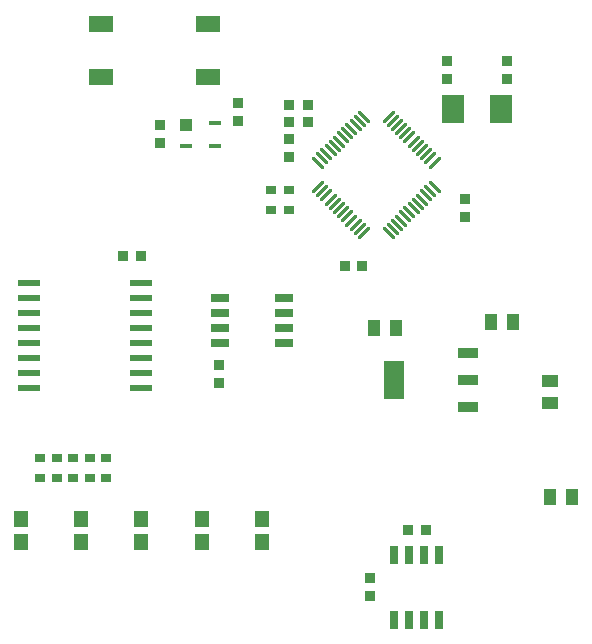
<source format=gbr>
G04*
G04 #@! TF.GenerationSoftware,Altium Limited,Altium Designer,22.4.2 (48)*
G04*
G04 Layer_Color=8421504*
%FSLAX25Y25*%
%MOIN*%
G70*
G04*
G04 #@! TF.SameCoordinates,486E1BA3-CE48-4A1D-B67F-52F2D9AC8645*
G04*
G04*
G04 #@! TF.FilePolarity,Positive*
G04*
G01*
G75*
%ADD21R,0.03900X0.01500*%
%ADD22R,0.03900X0.03900*%
%ADD23R,0.03937X0.05315*%
%ADD24R,0.05315X0.03937*%
%ADD25R,0.07480X0.09449*%
%ADD26R,0.07378X0.02197*%
%ADD27R,0.06004X0.02559*%
%ADD28R,0.02756X0.06102*%
%ADD29R,0.06890X0.12598*%
%ADD30R,0.06890X0.03740*%
G04:AMPARAMS|DCode=31|XSize=11.81mil|YSize=57.09mil|CornerRadius=0mil|HoleSize=0mil|Usage=FLASHONLY|Rotation=225.000|XOffset=0mil|YOffset=0mil|HoleType=Round|Shape=Round|*
%AMOVALD31*
21,1,0.04528,0.01181,0.00000,0.00000,315.0*
1,1,0.01181,-0.01601,0.01601*
1,1,0.01181,0.01601,-0.01601*
%
%ADD31OVALD31*%

G04:AMPARAMS|DCode=32|XSize=11.81mil|YSize=57.09mil|CornerRadius=0mil|HoleSize=0mil|Usage=FLASHONLY|Rotation=315.000|XOffset=0mil|YOffset=0mil|HoleType=Round|Shape=Round|*
%AMOVALD32*
21,1,0.04528,0.01181,0.00000,0.00000,45.0*
1,1,0.01181,-0.01601,-0.01601*
1,1,0.01181,0.01601,0.01601*
%
%ADD32OVALD32*%

%ADD33R,0.08268X0.05512*%
%ADD34R,0.03347X0.02756*%
%ADD35R,0.04528X0.05315*%
%ADD36R,0.03740X0.03740*%
%ADD37R,0.03740X0.03740*%
D21*
X176900Y350800D02*
D03*
Y343200D02*
D03*
X167100D02*
D03*
D22*
Y350000D02*
D03*
D23*
X268858Y284500D02*
D03*
X276142D02*
D03*
X229811Y282500D02*
D03*
X237094D02*
D03*
X288358Y226000D02*
D03*
X295642D02*
D03*
D24*
X288500Y257358D02*
D03*
Y264642D02*
D03*
D25*
X272071Y355500D02*
D03*
X255929D02*
D03*
D26*
X114722Y297500D02*
D03*
Y292500D02*
D03*
Y287500D02*
D03*
Y282500D02*
D03*
Y277500D02*
D03*
Y272500D02*
D03*
Y267500D02*
D03*
Y262500D02*
D03*
X152000D02*
D03*
Y267500D02*
D03*
Y272500D02*
D03*
Y277500D02*
D03*
Y282500D02*
D03*
Y287500D02*
D03*
Y297500D02*
D03*
Y292500D02*
D03*
D27*
X178323Y277500D02*
D03*
Y282500D02*
D03*
Y287500D02*
D03*
Y292500D02*
D03*
X199677D02*
D03*
Y287500D02*
D03*
Y282500D02*
D03*
Y277500D02*
D03*
D28*
X251500Y206728D02*
D03*
X246500D02*
D03*
X241500D02*
D03*
X236500D02*
D03*
Y185272D02*
D03*
X241500D02*
D03*
X246500D02*
D03*
X251500D02*
D03*
D29*
X236313Y265000D02*
D03*
D30*
X261116Y274055D02*
D03*
Y265000D02*
D03*
Y255945D02*
D03*
D31*
X249918Y329394D02*
D03*
X248526Y328002D02*
D03*
X247134Y326610D02*
D03*
X245742Y325218D02*
D03*
X244350Y323826D02*
D03*
X242958Y322434D02*
D03*
X241566Y321042D02*
D03*
X240174Y319650D02*
D03*
X238782Y318258D02*
D03*
X237390Y316866D02*
D03*
X235998Y315474D02*
D03*
X234606Y314082D02*
D03*
X211082Y337606D02*
D03*
X212474Y338998D02*
D03*
X213866Y340390D02*
D03*
X215258Y341782D02*
D03*
X216650Y343174D02*
D03*
X218042Y344566D02*
D03*
X219434Y345958D02*
D03*
X220826Y347350D02*
D03*
X222218Y348742D02*
D03*
X223610Y350134D02*
D03*
X225002Y351526D02*
D03*
X226394Y352918D02*
D03*
D32*
Y314082D02*
D03*
X225002Y315474D02*
D03*
X223610Y316866D02*
D03*
X222218Y318258D02*
D03*
X220826Y319650D02*
D03*
X219434Y321042D02*
D03*
X218042Y322434D02*
D03*
X216650Y323826D02*
D03*
X215258Y325218D02*
D03*
X213866Y326610D02*
D03*
X212474Y328002D02*
D03*
X211082Y329394D02*
D03*
X234606Y352918D02*
D03*
X235998Y351526D02*
D03*
X237390Y350134D02*
D03*
X238782Y348742D02*
D03*
X240174Y347350D02*
D03*
X241566Y345958D02*
D03*
X242958Y344566D02*
D03*
X244350Y343174D02*
D03*
X245742Y341782D02*
D03*
X247134Y340390D02*
D03*
X248526Y338998D02*
D03*
X249918Y337606D02*
D03*
D33*
X174413Y383858D02*
D03*
X138587D02*
D03*
X174413Y366142D02*
D03*
X138587D02*
D03*
D34*
X140425Y232524D02*
D03*
Y239020D02*
D03*
X134925Y232524D02*
D03*
Y239020D02*
D03*
X129425Y232524D02*
D03*
Y239020D02*
D03*
X201500Y321827D02*
D03*
Y328323D02*
D03*
X195500Y321827D02*
D03*
Y328323D02*
D03*
X123925Y232524D02*
D03*
Y239020D02*
D03*
X118425Y232524D02*
D03*
Y239020D02*
D03*
D35*
X192465Y211251D02*
D03*
Y218731D02*
D03*
X172340Y211251D02*
D03*
Y218731D02*
D03*
X152215Y211251D02*
D03*
Y218731D02*
D03*
X132160Y218749D02*
D03*
Y211269D02*
D03*
X112035Y218749D02*
D03*
Y211269D02*
D03*
D36*
X151953Y306500D02*
D03*
X146047D02*
D03*
X241047Y215272D02*
D03*
X246953D02*
D03*
X225905Y303000D02*
D03*
X220000D02*
D03*
D37*
X178000Y264047D02*
D03*
Y269953D02*
D03*
X228500Y193047D02*
D03*
Y198953D02*
D03*
X254059Y365547D02*
D03*
Y371453D02*
D03*
X273941Y365547D02*
D03*
Y371453D02*
D03*
X201500Y339500D02*
D03*
Y345406D02*
D03*
X260000Y325500D02*
D03*
Y319595D02*
D03*
X201500Y351000D02*
D03*
Y356906D02*
D03*
X207750Y351000D02*
D03*
Y356906D02*
D03*
X158500Y344047D02*
D03*
Y349953D02*
D03*
X184500Y351547D02*
D03*
Y357453D02*
D03*
M02*

</source>
